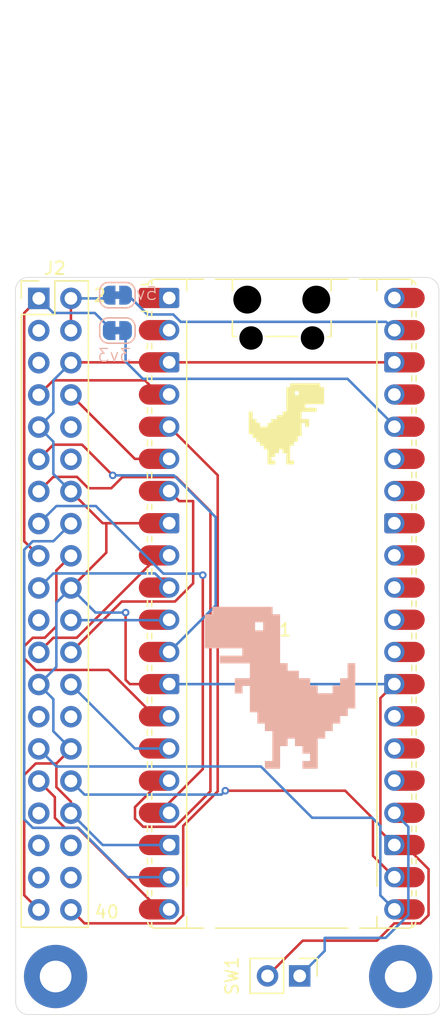
<source format=kicad_pcb>
(kicad_pcb (version 20241229) (generator "pcbnew") (generator_version "9.0")
  (layers (0 "F.Cu" signal) (2 "B.Cu" signal) (13 "F.Paste" user) (15 "B.Paste" user) (5 "F.SilkS" user "F.Silkscreen") (7 "B.SilkS" user "B.Silkscreen") (1 "F.Mask" user) (3 "B.Mask" user) (25 "Edge.Cuts" user))
  (net 0 "")
  (net 3 "/MAG_SENSOR")
  (net 4 "GND")
  (net 5 "/RAILS_STEP")
  (net 6 "/LED_RGB")
  (net 9 "/JUMP_STEP")
  (net 10 "+5V")
  (net 12 "/EPD_DIN")
  (net 15 "/LED_STATUS")
  (net 18 "/EPD_BUSY")
  (net 23 "/EPD_CLK")
  (net 24 "/JUMP_DIR")
  (net 27 "/EPD_CS")
  (net 28 "/EPD_DC")
  (net 29 "/RAILS_DIR")
  (net 34 "/EPD_RST")
  (net 39 "+3V3")
  (net 40 "/DFPLAYER_TX")
  (net 58 "/JUMP_~{SLP}")
  (net 59 "/RAILS_~{SLP}")
  (net 60 "Net-(A1-VSYS)")
  (net 61 "Net-(A1-3V3)")
  (net 62 "/BTN_IN")
  (footprint "Module:RaspberryPi_Pico_Common_Unspecified" (layer "F.Cu") (at 141.11 104.87)
    (property "Reference" "A1" (at -1.156 2.064 0) (layer "F.SilkS") (effects (justify left)))
    (property "Value" "RaspberryPi_Pico" (hide yes))
    (pad "" np_thru_hole circle (at -2.725 -24) (size 2.2 2.2) (drill 2.2) (layers "*.Mask"))
    (pad "" np_thru_hole circle (at -2.425 -20.97) (size 1.85 1.85) (drill 1.85) (layers "*.Mask"))
    (pad "" np_thru_hole circle (at 2.425 -20.97) (size 1.85 1.85) (drill 1.85) (layers "*.Mask"))
    (pad "" np_thru_hole circle (at 2.725 -24) (size 2.2 2.2) (drill 2.2) (layers "*.Mask"))
    (pad "1" smd custom (at -9.69 -24.13) (size 1.6 0.8) (layers "F.Cu" "F.Mask") (options (clearance outline) (anchor rect)) (primitives (gr_circle (center 0.8 0) (end 1.6 0) (width 0) (fill yes)) (gr_poly (pts (xy -1.6 -0.6) (xy -1.6 0.6) (xy -1.4 0.8) (xy 0.8 0.8) (xy 0.8 -0.8) (xy -1.4 -0.8)) (width 0) (fill yes)) (gr_circle (center -1.4 -0.6) (end -1.2 -0.6) (width 0) (fill yes)) (gr_circle (center -1.4 0.6) (end -1.2 0.6) (width 0) (fill yes))))
    (pad "1" thru_hole roundrect (at -8.89 -24.13) (size 1.6 1.6) (drill 1) (layers "*.Cu" "*.Mask") (roundrect_rratio 0.125))
    (pad "2" smd roundrect (at -9.69 -21.59) (size 3.2 1.6) (layers "F.Cu" "F.Mask") (roundrect_rratio 0.5))
    (pad "2" thru_hole circle (at -8.89 -21.59) (size 1.6 1.6) (drill 1) (layers "*.Cu" "*.Mask"))
    (pad "3" smd custom (at -9.69 -19.05) (size 1.6 0.8) (layers "F.Cu" "F.Mask") (net 4 "GND") (options (clearance outline) (anchor rect)) (primitives (gr_circle (center -0.8 0) (end 0 0) (width 0) (fill yes)) (gr_poly (pts (xy 1.6 -0.6) (xy 1.6 0.6) (xy 1.4 0.8) (xy -0.8 0.8) (xy -0.8 -0.8) (xy 1.4 -0.8)) (width 0) (fill yes)) (gr_circle (center 1.4 -0.6) (end 1.6 -0.6) (width 0) (fill yes)) (gr_circle (center 1.4 0.6) (end 1.6 0.6) (width 0) (fill yes))))
    (pad "3" thru_hole custom (at -8.89 -19.05) (size 1.6 1.6) (drill 1) (layers "*.Cu" "*.Mask") (net 4 "GND") (options (clearance outline) (anchor circle)) (primitives (gr_poly (pts (xy 0.8 0.6) (xy 0.8 -0.6) (xy 0.6 -0.8) (xy 0 -0.8) (xy 0 0.8) (xy 0.6 0.8)) (width 0) (fill yes)) (gr_circle (center 0.6 0.6) (end 0.8 0.6) (width 0) (fill yes)) (gr_circle (center 0.6 -0.6) (end 0.8 -0.6) (width 0) (fill yes))))
    (pad "4" smd roundrect (at -9.69 -16.51) (size 3.2 1.6) (layers "F.Cu" "F.Mask") (roundrect_rratio 0.5) (net 15 "/LED_STATUS"))
    (pad "4" thru_hole circle (at -8.89 -16.51) (size 1.6 1.6) (drill 1) (layers "*.Cu" "*.Mask") (net 15 "/LED_STATUS"))
    (pad "5" smd roundrect (at -9.69 -13.97) (size 3.2 1.6) (layers "F.Cu" "F.Mask") (roundrect_rratio 0.5) (net 6 "/LED_RGB"))
    (pad "5" thru_hole circle (at -8.89 -13.97) (size 1.6 1.6) (drill 1) (layers "*.Cu" "*.Mask") (net 6 "/LED_RGB"))
    (pad "6" smd roundrect (at -9.69 -11.43) (size 3.2 1.6) (layers "F.Cu" "F.Mask") (roundrect_rratio 0.5) (net 40 "/DFPLAYER_TX"))
    (pad "6" thru_hole circle (at -8.89 -11.43) (size 1.6 1.6) (drill 1) (layers "*.Cu" "*.Mask") (net 40 "/DFPLAYER_TX"))
    (pad "7" smd roundrect (at -9.69 -8.89) (size 3.2 1.6) (layers "F.Cu" "F.Mask") (roundrect_rratio 0.5) (net 27 "/EPD_CS"))
    (pad "7" thru_hole circle (at -8.89 -8.89) (size 1.6 1.6) (drill 1) (layers "*.Cu" "*.Mask") (net 27 "/EPD_CS"))
    (pad "8" smd custom (at -9.69 -6.35) (size 1.6 0.8) (layers "F.Cu" "F.Mask") (net 4 "GND") (options (clearance outline) (anchor rect)) (primitives (gr_circle (center -0.8 0) (end 0 0) (width 0) (fill yes)) (gr_poly (pts (xy 1.6 -0.6) (xy 1.6 0.6) (xy 1.4 0.8) (xy -0.8 0.8) (xy -0.8 -0.8) (xy 1.4 -0.8)) (width 0) (fill yes)) (gr_circle (center 1.4 -0.6) (end 1.6 -0.6) (width 0) (fill yes)) (gr_circle (center 1.4 0.6) (end 1.6 0.6) (width 0) (fill yes))))
    (pad "8" thru_hole custom (at -8.89 -6.35) (size 1.6 1.6) (drill 1) (layers "*.Cu" "*.Mask") (net 4 "GND") (options (clearance outline) (anchor circle)) (primitives (gr_poly (pts (xy 0.8 0.6) (xy 0.8 -0.6) (xy 0.6 -0.8) (xy 0 -0.8) (xy 0 0.8) (xy 0.6 0.8)) (width 0) (fill yes)) (gr_circle (center 0.6 0.6) (end 0.8 0.6) (width 0) (fill yes)) (gr_circle (center 0.6 -0.6) (end 0.8 -0.6) (width 0) (fill yes))))
    (pad "9" smd roundrect (at -9.69 -3.81) (size 3.2 1.6) (layers "F.Cu" "F.Mask") (roundrect_rratio 0.5) (net 23 "/EPD_CLK"))
    (pad "9" thru_hole circle (at -8.89 -3.81) (size 1.6 1.6) (drill 1) (layers "*.Cu" "*.Mask") (net 23 "/EPD_CLK"))
    (pad "10" smd roundrect (at -9.69 -1.27) (size 3.2 1.6) (layers "F.Cu" "F.Mask") (roundrect_rratio 0.5) (net 12 "/EPD_DIN"))
    (pad "10" thru_hole circle (at -8.89 -1.27) (size 1.6 1.6) (drill 1) (layers "*.Cu" "*.Mask") (net 12 "/EPD_DIN"))
    (pad "11" smd roundrect (at -9.69 1.27) (size 3.2 1.6) (layers "F.Cu" "F.Mask") (roundrect_rratio 0.5) (net 28 "/EPD_DC"))
    (pad "11" thru_hole circle (at -8.89 1.27) (size 1.6 1.6) (drill 1) (layers "*.Cu" "*.Mask") (net 28 "/EPD_DC"))
    (pad "12" smd roundrect (at -9.69 3.81) (size 3.2 1.6) (layers "F.Cu" "F.Mask") (roundrect_rratio 0.5) (net 34 "/EPD_RST"))
    (pad "12" thru_hole circle (at -8.89 3.81) (size 1.6 1.6) (drill 1) (layers "*.Cu" "*.Mask") (net 34 "/EPD_RST"))
    (pad "13" smd custom (at -9.69 6.35) (size 1.6 0.8) (layers "F.Cu" "F.Mask") (net 4 "GND") (options (clearance outline) (anchor rect)) (primitives (gr_circle (center -0.8 0) (end 0 0) (width 0) (fill yes)) (gr_poly (pts (xy 1.6 -0.6) (xy 1.6 0.6) (xy 1.4 0.8) (xy -0.8 0.8) (xy -0.8 -0.8) (xy 1.4 -0.8)) (width 0) (fill yes)) (gr_circle (center 1.4 -0.6) (end 1.6 -0.6) (width 0) (fill yes)) (gr_circle (center 1.4 0.6) (end 1.6 0.6) (width 0) (fill yes))))
    (pad "13" thru_hole custom (at -8.89 6.35) (size 1.6 1.6) (drill 1) (layers "*.Cu" "*.Mask") (net 4 "GND") (options (clearance outline) (anchor circle)) (primitives (gr_poly (pts (xy 0.8 0.6) (xy 0.8 -0.6) (xy 0.6 -0.8) (xy 0 -0.8) (xy 0 0.8) (xy 0.6 0.8)) (width 0) (fill yes)) (gr_circle (center 0.6 0.6) (end 0.8 0.6) (width 0) (fill yes)) (gr_circle (center 0.6 -0.6) (end 0.8 -0.6) (width 0) (fill yes))))
    (pad "14" smd roundrect (at -9.69 8.89) (size 3.2 1.6) (layers "F.Cu" "F.Mask") (roundrect_rratio 0.5) (net 18 "/EPD_BUSY"))
    (pad "14" thru_hole circle (at -8.89 8.89) (size 1.6 1.6) (drill 1) (layers "*.Cu" "*.Mask") (net 18 "/EPD_BUSY"))
    (pad "15" smd roundrect (at -9.69 11.43) (size 3.2 1.6) (layers "F.Cu" "F.Mask") (roundrect_rratio 0.5) (net 3 "/MAG_SENSOR"))
    (pad "15" thru_hole circle (at -8.89 11.43) (size 1.6 1.6) (drill 1) (layers "*.Cu" "*.Mask") (net 3 "/MAG_SENSOR"))
    (pad "16" smd roundrect (at -9.69 13.97) (size 3.2 1.6) (layers "F.Cu" "F.Mask") (roundrect_rratio 0.5) (net 59 "/RAILS_~{SLP}"))
    (pad "16" thru_hole circle (at -8.89 13.97) (size 1.6 1.6) (drill 1) (layers "*.Cu" "*.Mask") (net 59 "/RAILS_~{SLP}"))
    (pad "17" smd roundrect (at -9.69 16.51) (size 3.2 1.6) (layers "F.Cu" "F.Mask") (roundrect_rratio 0.5) (net 29 "/RAILS_DIR"))
    (pad "17" thru_hole circle (at -8.89 16.51) (size 1.6 1.6) (drill 1) (layers "*.Cu" "*.Mask") (net 29 "/RAILS_DIR"))
    (pad "18" smd custom (at -9.69 19.05) (size 1.6 0.8) (layers "F.Cu" "F.Mask") (net 4 "GND") (options (clearance outline) (anchor rect)) (primitives (gr_circle (center -0.8 0) (end 0 0) (width 0) (fill yes)) (gr_poly (pts (xy 1.6 -0.6) (xy 1.6 0.6) (xy 1.4 0.8) (xy -0.8 0.8) (xy -0.8 -0.8) (xy 1.4 -0.8)) (width 0) (fill yes)) (gr_circle (center 1.4 -0.6) (end 1.6 -0.6) (width 0) (fill yes)) (gr_circle (center 1.4 0.6) (end 1.6 0.6) (width 0) (fill yes))))
    (pad "18" thru_hole custom (at -8.89 19.05) (size 1.6 1.6) (drill 1) (layers "*.Cu" "*.Mask") (net 4 "GND") (options (clearance outline) (anchor circle)) (primitives (gr_poly (pts (xy 0.8 0.6) (xy 0.8 -0.6) (xy 0.6 -0.8) (xy 0 -0.8) (xy 0 0.8) (xy 0.6 0.8)) (width 0) (fill yes)) (gr_circle (center 0.6 0.6) (end 0.8 0.6) (width 0) (fill yes)) (gr_circle (center 0.6 -0.6) (end 0.8 -0.6) (width 0) (fill yes))))
    (pad "19" smd roundrect (at -9.69 21.59) (size 3.2 1.6) (layers "F.Cu" "F.Mask") (roundrect_rratio 0.5) (net 5 "/RAILS_STEP"))
    (pad "19" thru_hole circle (at -8.89 21.59) (size 1.6 1.6) (drill 1) (layers "*.Cu" "*.Mask") (net 5 "/RAILS_STEP"))
    (pad "20" smd roundrect (at -9.69 24.13) (size 3.2 1.6) (layers "F.Cu" "F.Mask") (roundrect_rratio 0.5) (net 58 "/JUMP_~{SLP}"))
    (pad "20" thru_hole circle (at -8.89 24.13) (size 1.6 1.6) (drill 1) (layers "*.Cu" "*.Mask") (net 58 "/JUMP_~{SLP}"))
    (pad "21" thru_hole circle (at 8.89 24.13) (size 1.6 1.6) (drill 1) (layers "*.Cu" "*.Mask") (net 24 "/JUMP_DIR"))
    (pad "21" smd roundrect (at 9.69 24.13) (size 3.2 1.6) (layers "F.Cu" "F.Mask") (roundrect_rratio 0.5) (net 24 "/JUMP_DIR"))
    (pad "22" thru_hole circle (at 8.89 21.59) (size 1.6 1.6) (drill 1) (layers "*.Cu" "*.Mask") (net 9 "/JUMP_STEP"))
    (pad "22" smd roundrect (at 9.69 21.59) (size 3.2 1.6) (layers "F.Cu" "F.Mask") (roundrect_rratio 0.5) (net 9 "/JUMP_STEP"))
    (pad "23" thru_hole custom (at 8.89 19.05) (size 1.6 1.6) (drill 1) (layers "*.Cu" "*.Mask") (net 4 "GND") (options (clearance outline) (anchor circle)) (primitives (gr_poly (pts (xy -0.8 0.6) (xy -0.8 -0.6) (xy -0.6 -0.8) (xy 0 -0.8) (xy 0 0.8) (xy -0.6 0.8)) (width 0) (fill yes)) (gr_circle (center -0.6 0.6) (end -0.4 0.6) (width 0) (fill yes)) (gr_circle (center -0.6 -0.6) (end -0.4 -0.6) (width 0) (fill yes))))
    (pad "23" smd custom (at 9.69 19.05) (size 1.6 0.8) (layers "F.Cu" "F.Mask") (net 4 "GND") (options (clearance outline) (anchor rect)) (primitives (gr_circle (center 0.8 0) (end 1.6 0) (width 0) (fill yes)) (gr_poly (pts (xy -1.6 -0.6) (xy -1.6 0.6) (xy -1.4 0.8) (xy 0.8 0.8) (xy 0.8 -0.8) (xy -1.4 -0.8)) (width 0) (fill yes)) (gr_circle (center -1.4 -0.6) (end -1.2 -0.6) (width 0) (fill yes)) (gr_circle (center -1.4 0.6) (end -1.2 0.6) (width 0) (fill yes))))
    (pad "24" thru_hole circle (at 8.89 16.51) (size 1.6 1.6) (drill 1) (layers "*.Cu" "*.Mask") (net 62 "/BTN_IN"))
    (pad "24" smd roundrect (at 9.69 16.51) (size 3.2 1.6) (layers "F.Cu" "F.Mask") (roundrect_rratio 0.5) (net 62 "/BTN_IN"))
    (pad "25" thru_hole circle (at 8.89 13.97) (size 1.6 1.6) (drill 1) (layers "*.Cu" "*.Mask"))
    (pad "25" smd roundrect (at 9.69 13.97) (size 3.2 1.6) (layers "F.Cu" "F.Mask") (roundrect_rratio 0.5))
    (pad "26" thru_hole circle (at 8.89 11.43) (size 1.6 1.6) (drill 1) (layers "*.Cu" "*.Mask"))
    (pad "26" smd roundrect (at 9.69 11.43) (size 3.2 1.6) (layers "F.Cu" "F.Mask") (roundrect_rratio 0.5))
    (pad "27" thru_hole circle (at 8.89 8.89) (size 1.6 1.6) (drill 1) (layers "*.Cu" "*.Mask"))
    (pad "27" smd roundrect (at 9.69 8.89) (size 3.2 1.6) (layers "F.Cu" "F.Mask") (roundrect_rratio 0.5))
    (pad "28" thru_hole custom (at 8.89 6.35) (size 1.6 1.6) (drill 1) (layers "*.Cu" "*.Mask") (net 4 "GND") (options (clearance outline) (anchor circle)) (primitives (gr_poly (pts (xy -0.8 0.6) (xy -0.8 -0.6) (xy -0.6 -0.8) (xy 0 -0.8) (xy 0 0.8) (xy -0.6 0.8)) (width 0) (fill yes)) (gr_circle (center -0.6 0.6) (end -0.4 0.6) (width 0) (fill yes)) (gr_circle (center -0.6 -0.6) (end -0.4 -0.6) (width 0) (fill yes))))
    (pad "28" smd custom (at 9.69 6.35) (size 1.6 0.8) (layers "F.Cu" "F.Mask") (net 4 "GND") (options (clearance outline) (anchor rect)) (primitives (gr_circle (center 0.8 0) (end 1.6 0) (width 0) (fill yes)) (gr_poly (pts (xy -1.6 -0.6) (xy -1.6 0.6) (xy -1.4 0.8) (xy 0.8 0.8) (xy 0.8 -0.8) (xy -1.4 -0.8)) (width 0) (fill yes)) (gr_circle (center -1.4 -0.6) (end -1.2 -0.6) (width 0) (fill yes)) (gr_circle (center -1.4 0.6) (end -1.2 0.6) (width 0) (fill yes))))
    (pad "29" thru_hole circle (at 8.89 3.81) (size 1.6 1.6) (drill 1) (layers "*.Cu" "*.Mask"))
    (pad "29" smd roundrect (at 9.69 3.81) (size 3.2 1.6) (layers "F.Cu" "F.Mask") (roundrect_rratio 0.5))
    (pad "30" thru_hole circle (at 8.89 1.27) (size 1.6 1.6) (drill 1) (layers "*.Cu" "*.Mask"))
    (pad "30" smd roundrect (at 9.69 1.27) (size 3.2 1.6) (layers "F.Cu" "F.Mask") (roundrect_rratio 0.5))
    (pad "31" thru_hole circle (at 8.89 -1.27) (size 1.6 1.6) (drill 1) (layers "*.Cu" "*.Mask"))
    (pad "31" smd roundrect (at 9.69 -1.27) (size 3.2 1.6) (layers "F.Cu" "F.Mask") (roundrect_rratio 0.5))
    (pad "32" thru_hole circle (at 8.89 -3.81) (size 1.6 1.6) (drill 1) (layers "*.Cu" "*.Mask"))
    (pad "32" smd roundrect (at 9.69 -3.81) (size 3.2 1.6) (layers "F.Cu" "F.Mask") (roundrect_rratio 0.5))
    (pad "33" thru_hole custom (at 8.89 -6.35) (size 1.6 1.6) (drill 1) (layers "*.Cu" "*.Mask") (options (clearance outline) (anchor circle)) (primitives (gr_poly (pts (xy -0.8 0.6) (xy -0.8 -0.6) (xy -0.6 -0.8) (xy 0 -0.8) (xy 0 0.8) (xy -0.6 0.8)) (width 0) (fill yes)) (gr_circle (center -0.6 0.6) (end -0.4 0.6) (width 0) (fill yes)) (gr_circle (center -0.6 -0.6) (end -0.4 -0.6) (width 0) (fill yes))))
    (pad "33" smd custom (at 9.69 -6.35) (size 1.6 0.8) (layers "F.Cu" "F.Mask") (options (clearance outline) (anchor rect)) (primitives (gr_circle (center 0.8 0) (end 1.6 0) (width 0) (fill yes)) (gr_poly (pts (xy -1.6 -0.6) (xy -1.6 0.6) (xy -1.4 0.8) (xy 0.8 0.8) (xy 0.8 -0.8) (xy -1.4 -0.8)) (width 0) (fill yes)) (gr_circle (center -1.4 -0.6) (end -1.2 -0.6) (width 0) (fill yes)) (gr_circle (center -1.4 0.6) (end -1.2 0.6) (width 0) (fill yes))))
    (pad "34" thru_hole circle (at 8.89 -8.89) (size 1.6 1.6) (drill 1) (layers "*.Cu" "*.Mask"))
    (pad "34" smd roundrect (at 9.69 -8.89) (size 3.2 1.6) (layers "F.Cu" "F.Mask") (roundrect_rratio 0.5))
    (pad "35" thru_hole circle (at 8.89 -11.43) (size 1.6 1.6) (drill 1) (layers "*.Cu" "*.Mask"))
    (pad "35" smd roundrect (at 9.69 -11.43) (size 3.2 1.6) (layers "F.Cu" "F.Mask") (roundrect_rratio 0.5))
    (pad "36" thru_hole circle (at 8.89 -13.97) (size 1.6 1.6) (drill 1) (layers "*.Cu" "*.Mask") (net 61 "Net-(A1-3V3)"))
    (pad "36" smd roundrect (at 9.69 -13.97) (size 3.2 1.6) (layers "F.Cu" "F.Mask") (roundrect_rratio 0.5) (net 61 "Net-(A1-3V3)"))
    (pad "37" thru_hole circle (at 8.89 -16.51) (size 1.6 1.6) (drill 1) (layers "*.Cu" "*.Mask"))
    (pad "37" smd roundrect (at 9.69 -16.51) (size 3.2 1.6) (layers "F.Cu" "F.Mask") (roundrect_rratio 0.5))
    (pad "38" thru_hole custom (at 8.89 -19.05) (size 1.6 1.6) (drill 1) (layers "*.Cu" "*.Mask") (net 4 "GND") (options (clearance outline) (anchor circle)) (primitives (gr_poly (pts (xy -0.8 0.6) (xy -0.8 -0.6) (xy -0.6 -0.8) (xy 0 -0.8) (xy 0 0.8) (xy -0.6 0.8)) (width 0) (fill yes)) (gr_circle (center -0.6 0.6) (end -0.4 0.6) (width 0) (fill yes)) (gr_circle (center -0.6 -0.6) (end -0.4 -0.6) (width 0) (fill yes))))
    (pad "38" smd custom (at 9.69 -19.05) (size 1.6 0.8) (layers "F.Cu" "F.Mask") (net 4 "GND") (options (clearance outline) (anchor rect)) (primitives (gr_circle (center 0.8 0) (end 1.6 0) (width 0) (fill yes)) (gr_poly (pts (xy -1.6 -0.6) (xy -1.6 0.6) (xy -1.4 0.8) (xy 0.8 0.8) (xy 0.8 -0.8) (xy -1.4 -0.8)) (width 0) (fill yes)) (gr_circle (center -1.4 -0.6) (end -1.2 -0.6) (width 0) (fill yes)) (gr_circle (center -1.4 0.6) (end -1.2 0.6) (width 0) (fill yes))))
    (pad "39" thru_hole circle (at 8.89 -21.59) (size 1.6 1.6) (drill 1) (layers "*.Cu" "*.Mask") (net 60 "Net-(A1-VSYS)"))
    (pad "39" smd roundrect (at 9.69 -21.59) (size 3.2 1.6) (layers "F.Cu" "F.Mask") (roundrect_rratio 0.5) (net 60 "Net-(A1-VSYS)"))
    (pad "40" thru_hole circle (at 8.89 -24.13) (size 1.6 1.6) (drill 1) (layers "*.Cu" "*.Mask"))
    (pad "40" smd roundrect (at 9.69 -24.13) (size 3.2 1.6) (layers "F.Cu" "F.Mask") (roundrect_rratio 0.5))
  )
  (footprint "MountingHole:MountingHole_2.5mm_Pad" (layer "F.Cu") (at 123.25 134.3)
    (property "Reference" "" (at 0 -3.5 0) (layer "F.SilkS"))
    (property "Value" "")
    (pad "1" thru_hole circle (at 0 0) (size 5 5) (drill 2.5) (layers "*.Cu" "*.Mask"))
  )
  (footprint "Connector_PinHeader_2.54mm:PinHeader_1x02_P2.54mm_Vertical" (layer "F.Cu") (at 142.525 134.25 -90)
    (property "Reference" "SW1" (at 0 5.339 270) (layer "F.SilkS"))
    (property "Value" "SW_Push")
    (pad "1" thru_hole rect (at 0 0 270) (size 1.7 1.7) (drill 1) (layers "*.Cu" "*.Mask") (net 62 "/BTN_IN"))
    (pad "2" thru_hole circle (at 0 2.54 270) (size 1.7 1.7) (drill 1) (layers "*.Cu" "*.Mask") (net 4 "GND"))
  )
  (footprint "MountingHole:MountingHole_2.5mm_Pad" (layer "F.Cu") (at 150.5 134.3)
    (property "Reference" "" (at 0 -3.5 0) (layer "F.SilkS"))
    (property "Value" "")
    (pad "1" thru_hole circle (at 0 0) (size 5 5) (drill 2.5) (layers "*.Cu" "*.Mask"))
  )
  (footprint "RPi_Hat:trex" (layer "F.Cu") (at 141.478 90.678)
    (property "Reference" "TREX1" (hide yes))
    (property "Value" "" (hide yes))
  )
  (footprint "Connector_PinHeader_2.54mm:PinHeader_2x20_P2.54mm_Vertical" (layer "F.Cu") (at 121.92 80.772)
    (property "Reference" "J2" (at 1.27 -2.38 0) (layer "F.SilkS"))
    (property "Value" "RPi_GPIO")
    (pad "1" thru_hole rect (at 0 0) (size 1.7 1.7) (drill 1) (layers "*.Cu" "*.Mask") (net 39 "+3V3"))
    (pad "2" thru_hole circle (at 2.54 0) (size 1.7 1.7) (drill 1) (layers "*.Cu" "*.Mask") (net 10 "+5V"))
    (pad "3" thru_hole circle (at 0 2.54) (size 1.7 1.7) (drill 1) (layers "*.Cu" "*.Mask"))
    (pad "4" thru_hole circle (at 2.54 2.54) (size 1.7 1.7) (drill 1) (layers "*.Cu" "*.Mask") (net 10 "+5V"))
    (pad "5" thru_hole circle (at 0 5.08) (size 1.7 1.7) (drill 1) (layers "*.Cu" "*.Mask"))
    (pad "6" thru_hole circle (at 2.54 5.08) (size 1.7 1.7) (drill 1) (layers "*.Cu" "*.Mask") (net 4 "GND"))
    (pad "7" thru_hole circle (at 0 7.62) (size 1.7 1.7) (drill 1) (layers "*.Cu" "*.Mask") (net 15 "/LED_STATUS"))
    (pad "8" thru_hole circle (at 2.54 7.62) (size 1.7 1.7) (drill 1) (layers "*.Cu" "*.Mask") (net 40 "/DFPLAYER_TX"))
    (pad "9" thru_hole circle (at 0 10.16) (size 1.7 1.7) (drill 1) (layers "*.Cu" "*.Mask") (net 4 "GND"))
    (pad "10" thru_hole circle (at 2.54 10.16) (size 1.7 1.7) (drill 1) (layers "*.Cu" "*.Mask"))
    (pad "11" thru_hole circle (at 0 12.7) (size 1.7 1.7) (drill 1) (layers "*.Cu" "*.Mask") (net 34 "/EPD_RST"))
    (pad "12" thru_hole circle (at 2.54 12.7) (size 1.7 1.7) (drill 1) (layers "*.Cu" "*.Mask"))
    (pad "13" thru_hole circle (at 0 15.24) (size 1.7 1.7) (drill 1) (layers "*.Cu" "*.Mask") (net 59 "/RAILS_~{SLP}"))
    (pad "14" thru_hole circle (at 2.54 15.24) (size 1.7 1.7) (drill 1) (layers "*.Cu" "*.Mask") (net 4 "GND"))
    (pad "15" thru_hole circle (at 0 17.78) (size 1.7 1.7) (drill 1) (layers "*.Cu" "*.Mask") (net 29 "/RAILS_DIR"))
    (pad "16" thru_hole circle (at 2.54 17.78) (size 1.7 1.7) (drill 1) (layers "*.Cu" "*.Mask") (net 5 "/RAILS_STEP"))
    (pad "17" thru_hole circle (at 0 20.32) (size 1.7 1.7) (drill 1) (layers "*.Cu" "*.Mask") (net 39 "+3V3"))
    (pad "18" thru_hole circle (at 2.54 20.32) (size 1.7 1.7) (drill 1) (layers "*.Cu" "*.Mask") (net 18 "/EPD_BUSY"))
    (pad "19" thru_hole circle (at 0 22.86) (size 1.7 1.7) (drill 1) (layers "*.Cu" "*.Mask") (net 12 "/EPD_DIN"))
    (pad "20" thru_hole circle (at 2.54 22.86) (size 1.7 1.7) (drill 1) (layers "*.Cu" "*.Mask") (net 4 "GND"))
    (pad "21" thru_hole circle (at 0 25.4) (size 1.7 1.7) (drill 1) (layers "*.Cu" "*.Mask"))
    (pad "22" thru_hole circle (at 2.54 25.4) (size 1.7 1.7) (drill 1) (layers "*.Cu" "*.Mask") (net 28 "/EPD_DC"))
    (pad "23" thru_hole circle (at 0 27.94) (size 1.7 1.7) (drill 1) (layers "*.Cu" "*.Mask") (net 23 "/EPD_CLK"))
    (pad "24" thru_hole circle (at 2.54 27.94) (size 1.7 1.7) (drill 1) (layers "*.Cu" "*.Mask") (net 27 "/EPD_CS"))
    (pad "25" thru_hole circle (at 0 30.48) (size 1.7 1.7) (drill 1) (layers "*.Cu" "*.Mask") (net 4 "GND"))
    (pad "26" thru_hole circle (at 2.54 30.48) (size 1.7 1.7) (drill 1) (layers "*.Cu" "*.Mask") (net 3 "/MAG_SENSOR"))
    (pad "27" thru_hole circle (at 0 33.02) (size 1.7 1.7) (drill 1) (layers "*.Cu" "*.Mask"))
    (pad "28" thru_hole circle (at 2.54 33.02) (size 1.7 1.7) (drill 1) (layers "*.Cu" "*.Mask"))
    (pad "29" thru_hole circle (at 0 35.56) (size 1.7 1.7) (drill 1) (layers "*.Cu" "*.Mask") (net 24 "/JUMP_DIR"))
    (pad "30" thru_hole circle (at 2.54 35.56) (size 1.7 1.7) (drill 1) (layers "*.Cu" "*.Mask") (net 4 "GND"))
    (pad "31" thru_hole circle (at 0 38.1) (size 1.7 1.7) (drill 1) (layers "*.Cu" "*.Mask") (net 58 "/JUMP_~{SLP}"))
    (pad "32" thru_hole circle (at 2.54 38.1) (size 1.7 1.7) (drill 1) (layers "*.Cu" "*.Mask") (net 9 "/JUMP_STEP"))
    (pad "33" thru_hole circle (at 0 40.64) (size 1.7 1.7) (drill 1) (layers "*.Cu" "*.Mask"))
    (pad "34" thru_hole circle (at 2.54 40.64) (size 1.7 1.7) (drill 1) (layers "*.Cu" "*.Mask") (net 4 "GND"))
    (pad "35" thru_hole circle (at 0 43.18) (size 1.7 1.7) (drill 1) (layers "*.Cu" "*.Mask"))
    (pad "36" thru_hole circle (at 2.54 43.18) (size 1.7 1.7) (drill 1) (layers "*.Cu" "*.Mask"))
    (pad "37" thru_hole circle (at 0 45.72) (size 1.7 1.7) (drill 1) (layers "*.Cu" "*.Mask"))
    (pad "38" thru_hole circle (at 2.54 45.72) (size 1.7 1.7) (drill 1) (layers "*.Cu" "*.Mask"))
    (pad "39" thru_hole circle (at 0 48.26) (size 1.7 1.7) (drill 1) (layers "*.Cu" "*.Mask") (net 4 "GND"))
    (pad "40" thru_hole circle (at 2.54 48.26) (size 1.7 1.7) (drill 1) (layers "*.Cu" "*.Mask") (net 6 "/LED_RGB"))
  )
  (footprint "Jumper:SolderJumper-2_P1.3mm_Bridged_RoundedPad1.0x1.5mm" (layer "B.Cu") (at 128.125776 80.518)
    (property "Reference" "JP2" (hide yes))
    (property "Value" "SolderJumper_2_Bridged")
    (fp_poly (pts (xy 0.25 0.3) (xy -0.25 0.3) (xy -0.25 -0.3) (xy 0.25 -0.3)) (fill yes) (layer "B.Cu"))
    (pad "1" smd custom (at -0.65 0) (size 1 0.5) (layers "B.Cu" "B.Mask") (net 10 "+5V") (options (clearance outline) (anchor rect)) (primitives (gr_circle (center 0 -0.25) (end 0.5 -0.25) (width 0) (fill yes)) (gr_circle (center 0 0.25) (end 0.5 0.25) (width 0) (fill yes)) (gr_poly (pts (xy 0.5 -0.75) (xy 0 -0.75) (xy 0 0.75) (xy 0.5 0.75)) (width 0) (fill yes))))
    (pad "2" smd custom (at 0.65 0) (size 1 0.5) (layers "B.Cu" "B.Mask") (net 60 "Net-(A1-VSYS)") (options (clearance outline) (anchor rect)) (primitives (gr_circle (center 0 -0.25) (end 0.5 -0.25) (width 0) (fill yes)) (gr_circle (center 0 0.25) (end 0.5 0.25) (width 0) (fill yes)) (gr_poly (pts (xy 0 -0.75) (xy -0.5 -0.75) (xy -0.5 0.75) (xy 0 0.75)) (width 0) (fill yes))))
  )
  (footprint "Jumper:SolderJumper-2_P1.3mm_Bridged_RoundedPad1.0x1.5mm" (layer "B.Cu") (at 128.128 83.312 180)
    (property "Reference" "JP1" (hide yes))
    (property "Value" "SolderJumper_2_Bridged")
    (fp_poly (pts (xy 0.25 0.3) (xy -0.25 0.3) (xy -0.25 -0.3) (xy 0.25 -0.3)) (fill yes) (layer "B.Cu"))
    (pad "1" smd custom (at -0.65 0 180) (size 1 0.5) (layers "B.Cu" "B.Mask") (net 61 "Net-(A1-3V3)") (options (clearance outline) (anchor rect)) (primitives (gr_circle (center 0 -0.25) (end 0.5 -0.25) (width 0) (fill yes)) (gr_circle (center 0 0.25) (end 0.5 0.25) (width 0) (fill yes)) (gr_poly (pts (xy 0.5 -0.75) (xy 0 -0.75) (xy 0 0.75) (xy 0.5 0.75)) (width 0) (fill yes))))
    (pad "2" smd custom (at 0.65 0 180) (size 1 0.5) (layers "B.Cu" "B.Mask") (net 39 "+3V3") (options (clearance outline) (anchor rect)) (primitives (gr_circle (center 0 -0.25) (end 0.5 -0.25) (width 0) (fill yes)) (gr_circle (center 0 0.25) (end 0.5 0.25) (width 0) (fill yes)) (gr_poly (pts (xy 0 -0.75) (xy -0.5 -0.75) (xy -0.5 0.75) (xy 0 0.75)) (width 0) (fill yes))))
  )
  (footprint "RPi_Hat:trex-big" (layer "B.Cu") (at 140.97 111.506 180)
    (property "Reference" "TREX2" (hide yes))
    (property "Value" "" (hide yes))
  )
  (gr_line (start 120.09965 136.30035) (end 120.08 80.11538) (stroke (width 0.05)) (layer "Edge.Cuts"))
  (gr_arc (start 121.09965 137.3) (mid 120.392667 137.007231) (end 120.09965 136.30035) (stroke (width 0.05)) (layer "Edge.Cuts"))
  (gr_line (start 153.516 80.11538) (end 153.598529 136.298531) (stroke (width 0.05)) (layer "Edge.Cuts"))
  (gr_line (start 121.08 79.11538) (end 152.516 79.11538) (stroke (width 0.05)) (layer "Edge.Cuts"))
  (gr_line (start 152.59853 137.3) (end 121.09965 137.3) (stroke (width 0.05)) (layer "Edge.Cuts"))
  (gr_arc (start 153.598529 136.298531) (mid 153.306156 137.006587) (end 152.59853 137.3) (stroke (width 0.05)) (layer "Edge.Cuts"))
  (gr_arc (start 152.516 79.11538) (mid 153.223107 79.408273) (end 153.516 80.11538) (stroke (width 0.05)) (layer "Edge.Cuts"))
  (gr_arc (start 120.08 80.11538) (mid 120.3729 79.408286) (end 121.08 79.11538) (stroke (width 0.05)) (layer "Edge.Cuts"))
  (gr_text "40" (at 126.238 129.794 0) (layer "F.SilkS") (effects (font (size 1 1)) (justify left bottom)))
  (gr_text "2" (at 126.161445 81.11998 0) (layer "F.SilkS") (effects (font (size 1 1)) (justify left bottom)))
  (gr_text "3v3" (at 129.286 85.852 0) (layer "B.SilkS") (effects (font (size 1 1) (thickness 0.1)) (justify left bottom mirror)))
  (gr_text "5v" (at 131.366274 80.977725 0) (layer "B.SilkS") (effects (font (size 1 1) (thickness 0.1)) (justify left bottom mirror)))
  (segment (start 131.42 116.3) (end 132.22 116.3) (width 0.2) (layer "F.Cu") (net 3))
  (segment (start 129.508 116.3) (end 132.22 116.3) (width 0.2) (layer "B.Cu") (net 3))
  (segment (start 124.46 111.252) (end 129.508 116.3) (width 0.2) (layer "B.Cu") (net 3))
  (segment (start 127.254 98.52) (end 132.22 98.52) (width 0.2) (layer "F.Cu") (net 4))
  (segment (start 124.46 120.49976) (end 123.309 119.34876) (width 0.2) (layer "F.Cu") (net 4))
  (segment (start 127.254 100.838) (end 127.254 98.52) (width 0.2) (layer "F.Cu") (net 4))
  (segment (start 120.769 118.39524) (end 121.68124 117.483) (width 0.2) (layer "F.Cu") (net 4))
  (segment (start 149.999 130.101) (end 152.05605 130.101) (width 0.2) (layer "F.Cu") (net 4))
  (segment (start 132.22 85.82) (end 150 85.82) (width 0.2) (layer "F.Cu") (net 4))
  (segment (start 132.22 111.22) (end 129.11573 111.22) (width 0.2) (layer "F.Cu") (net 4))
  (segment (start 148.629075 131.470925) (end 149.999 130.101) (width 0.2) (layer "F.Cu") (net 4))
  (segment (start 124.492 85.82) (end 124.46 85.852) (width 0.2) (layer "F.Cu") (net 4))
  (segment (start 121.92 129.032) (end 120.769 127.881) (width 0.2) (layer "F.Cu") (net 4))
  (segment (start 152.701 125.821) (end 150.8 123.92) (width 0.2) (layer "F.Cu") (net 4))
  (segment (start 124.46 121.412) (end 124.46 120.49976) (width 0.2) (layer "F.Cu") (net 4))
  (segment (start 131.42 85.82) (end 124.492 85.82) (width 0.2) (layer "F.Cu") (net 4))
  (segment (start 121.68124 117.483) (end 123.309 117.483) (width 0.2) (layer "F.Cu") (net 4))
  (segment (start 124.46 103.632) (end 127.254 100.838) (width 0.2) (layer "F.Cu") (net 4))
  (segment (start 152.701 129.45605) (end 152.701 125.821) (width 0.2) (layer "F.Cu") (net 4))
  (segment (start 124.46 96.012) (end 126.968 98.52) (width 0.2) (layer "F.Cu") (net 4))
  (segment (start 126.968 98.52) (end 127.254 98.52) (width 0.2) (layer "F.Cu") (net 4))
  (segment (start 139.985 134.25) (end 142.764075 131.470925) (width 0.2) (layer "F.Cu") (net 4))
  (segment (start 129.11573 111.22) (end 128.778 110.88227) (width 0.2) (layer "F.Cu") (net 4))
  (segment (start 120.769 127.881) (end 120.769 118.39524) (width 0.2) (layer "F.Cu") (net 4))
  (segment (start 123.309 119.34876) (end 123.309 117.483) (width 0.2) (layer "F.Cu") (net 4))
  (segment (start 148.899 122.819) (end 150 123.92) (width 0.2) (layer "F.Cu") (net 4))
  (segment (start 128.778 110.88227) (end 128.778 105.572) (width 0.2) (layer "F.Cu") (net 4))
  (segment (start 150 111.22) (end 148.899 112.321) (width 0.2) (layer "F.Cu") (net 4))
  (segment (start 142.764075 131.470925) (end 148.629075 131.470925) (width 0.2) (layer "F.Cu") (net 4))
  (segment (start 123.309 117.483) (end 124.46 116.332) (width 0.2) (layer "F.Cu") (net 4))
  (segment (start 152.05605 130.101) (end 152.701 129.45605) (width 0.2) (layer "F.Cu") (net 4))
  (segment (start 148.899 112.321) (end 148.899 122.819) (width 0.2) (layer "F.Cu") (net 4))
  (via (at 128.778 105.572) (size 0.6) (drill 0.3) (layers "F.Cu" "B.Cu") (net 4))
  (segment (start 132.334 111.506) (end 132.62 111.22) (width 0.2) (layer "B.Cu") (net 4))
  (segment (start 126.968 123.92) (end 132.22 123.92) (width 0.2) (layer "B.Cu") (net 4))
  (segment (start 123.309 104.783) (end 123.309 109.863) (width 0.2) (layer "B.Cu") (net 4))
  (segment (start 132.22 111.22) (end 132.22 111.392) (width 0.2) (layer "B.Cu") (net 4))
  (segment (start 132.22 111.392) (end 132.334 111.506) (width 0.2) (layer "B.Cu") (net 4))
  (segment (start 124.46 85.852) (end 123.071 87.241) (width 0.2) (layer "B.Cu") (net 4))
  (segment (start 123.071 94.623) (end 124.46 96.012) (width 0.2) (layer "B.Cu") (net 4))
  (segment (start 124.46 121.412) (end 126.968 123.92) (width 0.2) (layer "B.Cu") (net 4))
  (segment (start 132.62 111.22) (end 150 111.22) (width 0.2) (layer "B.Cu") (net 4))
  (segment (start 123.071 112.403) (end 123.071 114.943) (width 0.2) (layer "B.Cu") (net 4))
  (segment (start 124.46 103.632) (end 123.309 104.783) (width 0.2) (layer "B.Cu") (net 4))
  (segment (start 123.071 92.083) (end 123.071 94.623) (width 0.2) (layer "B.Cu") (net 4))
  (segment (start 123.309 109.863) (end 121.92 111.252) (width 0.2) (layer "B.Cu") (net 4))
  (segment (start 123.071 114.943) (end 124.46 116.332) (width 0.2) (layer "B.Cu") (net 4))
  (segment (start 126.4 105.572) (end 128.778 105.572) (width 0.2) (layer "B.Cu") (net 4))
  (segment (start 123.071 87.241) (end 123.071 89.781) (width 0.2) (layer "B.Cu") (net 4))
  (segment (start 124.46 103.632) (end 126.4 105.572) (width 0.2) (layer "B.Cu") (net 4))
  (segment (start 121.92 90.932) (end 123.071 92.083) (width 0.2) (layer "B.Cu") (net 4))
  (segment (start 123.071 89.781) (end 121.92 90.932) (width 0.2) (layer "B.Cu") (net 4))
  (segment (start 121.92 111.252) (end 123.071 112.403) (width 0.2) (layer "B.Cu") (net 4))
  (segment (start 121.44324 122.563) (end 125.0439 122.563) (width 0.2) (layer "B.Cu") (net 5))
  (segment (start 128.9409 126.46) (end 132.22 126.46) (width 0.2) (layer "B.Cu") (net 5))
  (segment (start 120.769 121.88876) (end 121.44324 122.563) (width 0.2) (layer "B.Cu") (net 5))
  (segment (start 120.769 100.61524) (end 120.769 121.88876) (width 0.2) (layer "B.Cu") (net 5))
  (segment (start 123.071 99.941) (end 121.44324 99.941) (width 0.2) (layer "B.Cu") (net 5))
  (segment (start 121.44324 99.941) (end 120.769 100.61524) (width 0.2) (layer "B.Cu") (net 5))
  (segment (start 125.0439 122.563) (end 128.9409 126.46) (width 0.2) (layer "B.Cu") (net 5))
  (segment (start 124.46 98.552) (end 123.071 99.941) (width 0.2) (layer "B.Cu") (net 5))
  (segment (start 136.051 119.686164) (end 133.326 122.411164) (width 0.2) (layer "F.Cu") (net 6))
  (segment (start 133.326 122.411164) (end 133.326 129.45105) (width 0.2) (layer "F.Cu") (net 6))
  (segment (start 125.529 130.101) (end 124.46 129.032) (width 0.2) (layer "F.Cu") (net 6))
  (segment (start 132.67605 130.101) (end 125.529 130.101) (width 0.2) (layer "F.Cu") (net 6))
  (segment (start 132.22 90.9) (end 136.051 94.731) (width 0.2) (layer "F.Cu") (net 6))
  (segment (start 133.326 129.45105) (end 132.67605 130.101) (width 0.2) (layer "F.Cu") (net 6))
  (segment (start 136.051 94.731) (end 136.051 119.686164) (width 0.2) (layer "F.Cu") (net 6))
  (segment (start 148.311 124.771) (end 148.311 121.828164) (width 0.2) (layer "F.Cu") (net 9))
  (segment (start 148.311 121.828164) (end 146.116836 119.634) (width 0.2) (layer "F.Cu") (net 9))
  (segment (start 150 126.46) (end 148.311 124.771) (width 0.2) (layer "F.Cu") (net 9))
  (segment (start 146.116836 119.634) (end 136.652 119.634) (width 0.2) (layer "F.Cu") (net 9))
  (via (at 136.652 119.634) (size 0.6) (drill 0.3) (layers "F.Cu" "B.Cu") (net 9))
  (segment (start 136.652 119.634) (end 136.345 119.941) (width 0.2) (layer "B.Cu") (net 9))
  (segment (start 136.345 119.941) (end 125.529 119.941) (width 0.2) (layer "B.Cu") (net 9))
  (segment (start 125.529 119.941) (end 124.46 118.872) (width 0.2) (layer "B.Cu") (net 9))
  (segment (start 124.46 83.312) (end 124.46 80.772) (width 0.2) (layer "F.Cu") (net 10))
  (segment (start 127.021986 80.772) (end 127.475776 80.31821) (width 0.2) (layer "B.Cu") (net 10))
  (segment (start 124.46 80.772) (end 127.021986 80.772) (width 0.2) (layer "B.Cu") (net 10))
  (segment (start 123.071 102.481) (end 131.101 102.481) (width 0.2) (layer "B.Cu") (net 12))
  (segment (start 131.101 102.481) (end 132.22 103.6) (width 0.2) (layer "B.Cu") (net 12))
  (segment (start 121.92 103.632) (end 123.071 102.481) (width 0.2) (layer "B.Cu") (net 12))
  (segment (start 121.92 88.392) (end 123.071 87.241) (width 0.2) (layer "F.Cu") (net 15))
  (segment (start 123.071 87.241) (end 130.301 87.241) (width 0.2) (layer "F.Cu") (net 15))
  (segment (start 130.301 87.241) (end 131.42 88.36) (width 0.2) (layer "F.Cu") (net 15))
  (segment (start 121.68124 110.101) (end 127.42963 110.101) (width 0.2) (layer "F.Cu") (net 18))
  (segment (start 127.42963 110.101) (end 131.08863 113.76) (width 0.2) (layer "F.Cu") (net 18))
  (segment (start 124.46 101.092) (end 123.309 102.243) (width 0.2) (layer "F.Cu") (net 18))
  (segment (start 123.309 106.64876) (end 122.39676 107.561) (width 0.2) (layer "F.Cu") (net 18))
  (segment (start 120.769 109.18876) (end 121.68124 110.101) (width 0.2) (layer "F.Cu") (net 18))
  (segment (start 121.44324 107.561) (end 120.769 108.23524) (width 0.2) (layer "F.Cu") (net 18))
  (segment (start 120.769 108.23524) (end 120.769 109.18876) (width 0.2) (layer "F.Cu") (net 18))
  (segment (start 123.309 102.243) (end 123.309 106.64876) (width 0.2) (layer "F.Cu") (net 18))
  (segment (start 122.39676 107.561) (end 121.44324 107.561) (width 0.2) (layer "F.Cu") (net 18))
  (segment (start 131.08863 113.76) (end 132.22 113.76) (width 0.2) (layer "F.Cu") (net 18))
  (segment (start 123.071 107.561) (end 124.919 107.561) (width 0.2) (layer "F.Cu") (net 23))
  (segment (start 121.92 108.712) (end 121.92 109.22) (width 0.2) (layer "F.Cu") (net 23))
  (segment (start 121.92 108.712) (end 123.071 107.561) (width 0.2) (layer "F.Cu") (net 23))
  (segment (start 124.919 107.561) (end 131.42 101.06) (width 0.2) (layer "F.Cu") (net 23))
  (segment (start 148.894 127.894) (end 150 129) (width 0.2) (layer "B.Cu") (net 24))
  (segment (start 139.462 117.721) (end 143.51 121.769) (width 0.2) (layer "B.Cu") (net 24))
  (segment (start 148.894 122.411164) (end 148.894 127.894) (width 0.2) (layer "B.Cu") (net 24))
  (segment (start 143.51 121.769) (end 148.251836 121.769) (width 0.2) (layer "B.Cu") (net 24))
  (segment (start 121.92 116.332) (end 123.309 117.721) (width 0.2) (layer "B.Cu") (net 24))
  (segment (start 148.251836 121.769) (end 148.894 122.411164) (width 0.2) (layer "B.Cu") (net 24))
  (segment (start 123.309 117.721) (end 139.462 117.721) (width 0.2) (layer "B.Cu") (net 24))
  (segment (start 133.014 96.774) (end 132.22 95.98) (width 0.2) (layer "F.Cu") (net 27))
  (segment (start 134.112 103.26505) (end 134.112 96.774) (width 0.2) (layer "F.Cu") (net 27))
  (segment (start 134.112 96.774) (end 133.014 96.774) (width 0.2) (layer "F.Cu") (net 27))
  (segment (start 128.471 104.701) (end 132.67605 104.701) (width 0.2) (layer "F.Cu") (net 27))
  (segment (start 124.46 108.712) (end 128.471 104.701) (width 0.2) (layer "F.Cu") (net 27))
  (segment (start 124.46 108.712) (end 124.46 108.458) (width 0.2) (layer "F.Cu") (net 27))
  (segment (start 124.46 108.458) (end 124.714 108.204) (width 0.2) (layer "F.Cu") (net 27))
  (segment (start 132.67605 104.701) (end 134.112 103.26505) (width 0.2) (layer "F.Cu") (net 27))
  (segment (start 132.188 106.172) (end 132.22 106.14) (width 0.2) (layer "B.Cu") (net 28))
  (segment (start 124.46 106.172) (end 132.188 106.172) (width 0.2) (layer "B.Cu") (net 28))
  (segment (start 131.42 121.38) (end 134.874 117.926) (width 0.2) (layer "F.Cu") (net 29))
  (segment (start 134.874 117.926) (end 134.874 102.616) (width 0.2) (layer "F.Cu") (net 29))
  (via (at 134.874 102.616) (size 0.6) (drill 0.3) (layers "F.Cu" "B.Cu") (net 29))
  (segment (start 134.757 102.499) (end 131.76395 102.499) (width 0.2) (layer "B.Cu") (net 29))
  (segment (start 131.76395 102.499) (end 126.42795 97.163) (width 0.2) (layer "B.Cu") (net 29))
  (segment (start 123.309 97.163) (end 121.92 98.552) (width 0.2) (layer "B.Cu") (net 29))
  (segment (start 126.42795 97.163) (end 123.309 97.163) (width 0.2) (layer "B.Cu") (net 29))
  (segment (start 134.874 102.616) (end 134.757 102.499) (width 0.2) (layer "B.Cu") (net 29))
  (segment (start 127.762 94.742) (end 125.341 92.321) (width 0.2) (layer "F.Cu") (net 34))
  (segment (start 123.071 92.321) (end 121.92 93.472) (width 0.2) (layer "F.Cu") (net 34))
  (segment (start 125.341 92.321) (end 123.071 92.321) (width 0.2) (layer "F.Cu") (net 34))
  (via (at 127.762 94.742) (size 0.6) (drill 0.3) (layers "F.Cu" "B.Cu") (net 34))
  (segment (start 135.89 105.01) (end 135.89 98.044) (width 0.2) (layer "B.Cu") (net 34))
  (segment (start 132.588 94.742) (end 127.762 94.742) (width 0.2) (layer "B.Cu") (net 34))
  (segment (start 135.89 98.044) (end 132.588 94.742) (width 0.2) (layer "B.Cu") (net 34))
  (segment (start 132.22 108.68) (end 135.89 105.01) (width 0.2) (layer "B.Cu") (net 34))
  (segment (start 120.769 81.923) (end 120.769 99.941) (width 0.2) (layer "F.Cu") (net 39))
  (segment (start 121.92 80.772) (end 120.769 81.923) (width 0.2) (layer "F.Cu") (net 39))
  (segment (start 120.769 99.941) (end 121.92 101.092) (width 0.2) (layer "F.Cu") (net 39))
  (segment (start 126.343 81.923) (end 127.478 83.058) (width 0.2) (layer "B.Cu") (net 39))
  (segment (start 121.92 80.772) (end 123.071 81.923) (width 0.2) (layer "B.Cu") (net 39))
  (segment (start 123.071 81.923) (end 126.343 81.923) (width 0.2) (layer "B.Cu") (net 39))
  (segment (start 129.508 93.44) (end 132.22 93.44) (width 0.2) (layer "F.Cu") (net 40))
  (segment (start 124.46 88.392) (end 129.508 93.44) (width 0.2) (layer "F.Cu") (net 40))
  (segment (start 131.42 129) (end 124.983 122.563) (width 0.2) (layer "F.Cu") (net 58))
  (segment (start 123.98324 122.563) (end 123.19 121.76976) (width 0.2) (layer "F.Cu") (net 58))
  (segment (start 124.983 122.563) (end 123.98324 122.563) (width 0.2) (layer "F.Cu") (net 58))
  (segment (start 123.19 120.142) (end 121.92 118.872) (width 0.2) (layer "F.Cu") (net 58))
  (segment (start 123.19 121.76976) (end 123.19 120.142) (width 0.2) (layer "F.Cu") (net 58))
  (segment (start 131.604 118.84) (end 129.519 120.925) (width 0.2) (layer "F.Cu") (net 59))
  (segment (start 135.475 119.68205) (end 135.475 97.5699) (width 0.2) (layer "F.Cu") (net 59))
  (segment (start 128.524 94.879) (end 127.645 95.758) (width 0.2) (layer "F.Cu") (net 59))
  (segment (start 129.519 121.83605) (end 130.16395 122.481) (width 0.2) (layer "F.Cu") (net 59))
  (segment (start 123.071 94.861) (end 124.93676 94.861) (width 0.2) (layer "F.Cu") (net 59))
  (segment (start 127.645 95.758) (end 125.83376 95.758) (width 0.2) (layer "F.Cu") (net 59))
  (segment (start 132.22 118.84) (end 131.604 118.84) (width 0.2) (layer "F.Cu") (net 59))
  (segment (start 129.519 120.925) (end 129.519 121.83605) (width 0.2) (layer "F.Cu") (net 59))
  (segment (start 125.83376 95.758) (end 124.93676 94.861) (width 0.2) (layer "F.Cu") (net 59))
  (segment (start 132.67605 122.481) (end 135.475 119.68205) (width 0.2) (layer "F.Cu") (net 59))
  (segment (start 135.475 97.5699) (end 132.7841 94.879) (width 0.2) (layer "F.Cu") (net 59))
  (segment (start 121.92 96.012) (end 123.071 94.861) (width 0.2) (layer "F.Cu") (net 59))
  (segment (start 132.7841 94.879) (end 128.524 94.879) (width 0.2) (layer "F.Cu") (net 59))
  (segment (start 130.16395 122.481) (end 132.67605 122.481) (width 0.2) (layer "F.Cu") (net 59))
  (segment (start 128.775776 80.31821) (end 130.499566 82.042) (width 0.2) (layer "B.Cu") (net 60))
  (segment (start 130.499566 82.042) (end 132.53905 82.042) (width 0.2) (layer "B.Cu") (net 60))
  (segment (start 132.53905 82.042) (end 132.817525 82.320475) (width 0.2) (layer "B.Cu") (net 60))
  (segment (start 133.12105 82.624) (end 132.817525 82.320475) (width 0.2) (layer "B.Cu") (net 60))
  (segment (start 150 83.28) (end 149.344 82.624) (width 0.2) (layer "B.Cu") (net 60))
  (segment (start 149.344 82.624) (end 133.12105 82.624) (width 0.2) (layer "B.Cu") (net 60))
  (segment (start 128.778 85.76424) (end 130.13576 87.122) (width 0.2) (layer "B.Cu") (net 61))
  (segment (start 150.622 91.44) (end 150.54 91.44) (width 0.2) (layer "B.Cu") (net 61))
  (segment (start 130.13576 87.122) (end 146.304 87.122) (width 0.2) (layer "B.Cu") (net 61))
  (segment (start 128.778 83.058) (end 128.778 85.76424) (width 0.2) (layer "B.Cu") (net 61))
  (segment (start 150.54 91.44) (end 150 90.9) (width 0.2) (layer "B.Cu") (net 61))
  (segment (start 146.304 87.122) (end 150.622 91.44) (width 0.2) (layer "B.Cu") (net 61))
  (segment (start 151.106 129.45105) (end 149.30705 131.25) (width 0.2) (layer "B.Cu") (net 62))
  (segment (start 151.106 122.486) (end 151.106 129.45105) (width 0.2) (layer "B.Cu") (net 62))
  (segment (start 149.30705 131.25) (end 144.5 131.25) (width 0.2) (layer "B.Cu") (net 62))
  (segment (start 144.5 132.275) (end 142.525 134.25) (width 0.2) (layer "B.Cu") (net 62))
  (segment (start 150 121.38) (end 151.106 122.486) (width 0.2) (layer "B.Cu") (net 62))
  (segment (start 144.5 131.25) (end 144.5 132.275) (width 0.2) (layer "B.Cu") (net 62))
)
</source>
